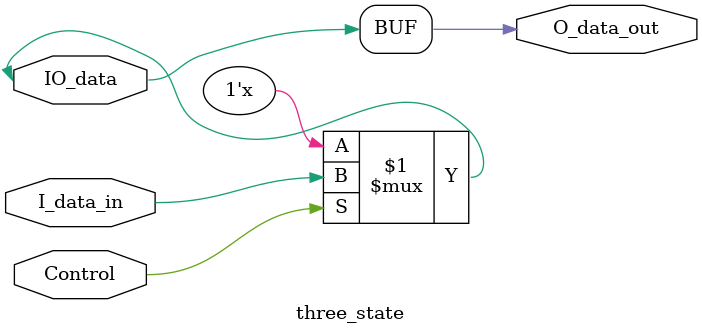
<source format=v>
module three_state
(
input       I_data_in        ,
inout       IO_data          ,
output     O_data_out     ,
input       Control
);
 
assign IO_data = Control ? I_data_in : 1'bz ;
assign O_data_out = IO_data ;
 
endmodule
</source>
